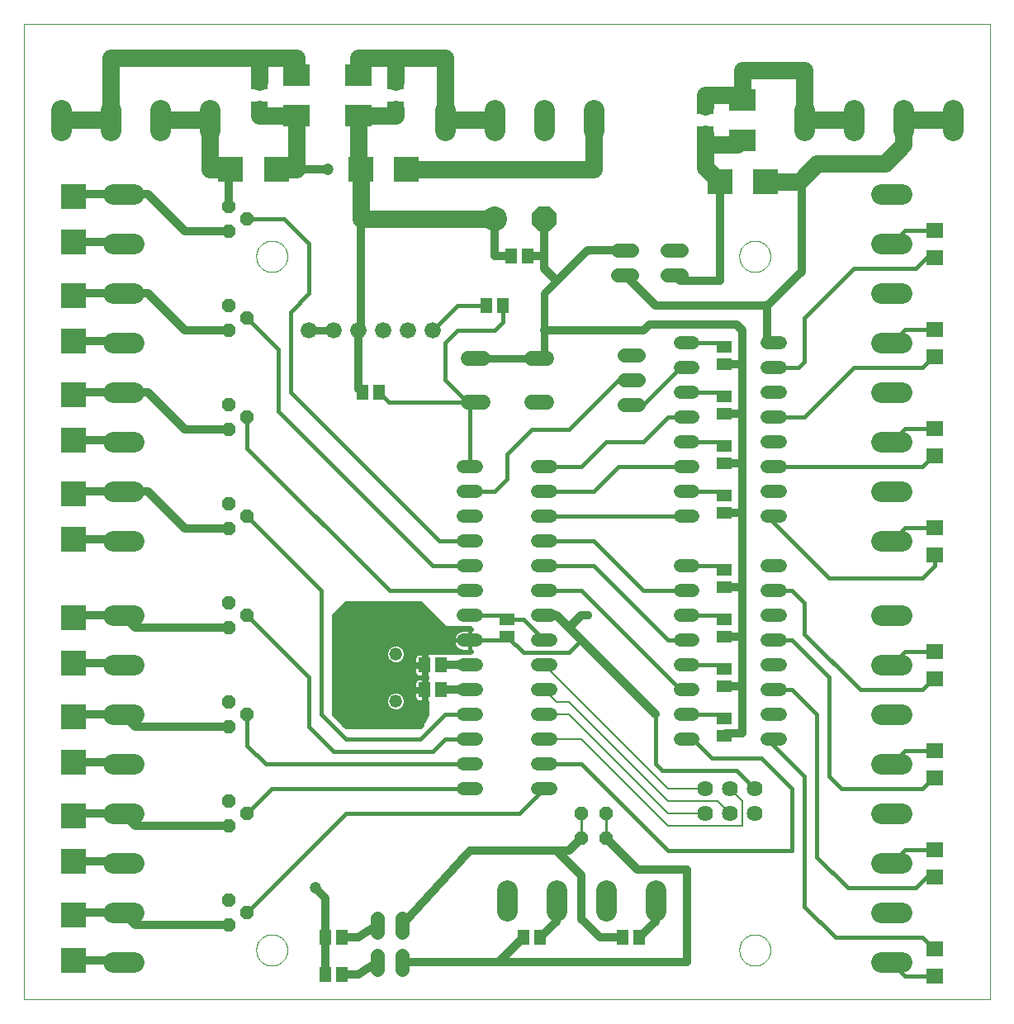
<source format=gbl>
G75*
G70*
%OFA0B0*%
%FSLAX24Y24*%
%IPPOS*%
%LPD*%
%AMOC8*
5,1,8,0,0,1.08239X$1,22.5*
%
%ADD10C,0.0000*%
%ADD11C,0.0825*%
%ADD12R,0.1000X0.1000*%
%ADD13OC8,0.0520*%
%ADD14C,0.0520*%
%ADD15R,0.0710X0.0630*%
%ADD16C,0.0600*%
%ADD17C,0.0660*%
%ADD18R,0.0512X0.0591*%
%ADD19C,0.0520*%
%ADD20C,0.0640*%
%ADD21C,0.1000*%
%ADD22OC8,0.1000*%
%ADD23C,0.0560*%
%ADD24OC8,0.0560*%
%ADD25R,0.0591X0.0512*%
%ADD26R,0.1100X0.0900*%
%ADD27C,0.0320*%
%ADD28C,0.0700*%
%ADD29C,0.0472*%
%ADD30C,0.0315*%
%ADD31C,0.0160*%
%ADD32C,0.0356*%
%ADD33C,0.0157*%
%ADD34C,0.0079*%
%ADD35C,0.0100*%
D10*
X000101Y000242D02*
X000101Y039612D01*
X039093Y039612D01*
X039093Y000242D01*
X000101Y000242D01*
X009471Y002242D02*
X009473Y002292D01*
X009479Y002342D01*
X009489Y002391D01*
X009503Y002439D01*
X009520Y002486D01*
X009541Y002531D01*
X009566Y002575D01*
X009594Y002616D01*
X009626Y002655D01*
X009660Y002692D01*
X009697Y002726D01*
X009737Y002756D01*
X009779Y002783D01*
X009823Y002807D01*
X009869Y002828D01*
X009916Y002844D01*
X009964Y002857D01*
X010014Y002866D01*
X010063Y002871D01*
X010114Y002872D01*
X010164Y002869D01*
X010213Y002862D01*
X010262Y002851D01*
X010310Y002836D01*
X010356Y002818D01*
X010401Y002796D01*
X010444Y002770D01*
X010485Y002741D01*
X010524Y002709D01*
X010560Y002674D01*
X010592Y002636D01*
X010622Y002596D01*
X010649Y002553D01*
X010672Y002509D01*
X010691Y002463D01*
X010707Y002415D01*
X010719Y002366D01*
X010727Y002317D01*
X010731Y002267D01*
X010731Y002217D01*
X010727Y002167D01*
X010719Y002118D01*
X010707Y002069D01*
X010691Y002021D01*
X010672Y001975D01*
X010649Y001931D01*
X010622Y001888D01*
X010592Y001848D01*
X010560Y001810D01*
X010524Y001775D01*
X010485Y001743D01*
X010444Y001714D01*
X010401Y001688D01*
X010356Y001666D01*
X010310Y001648D01*
X010262Y001633D01*
X010213Y001622D01*
X010164Y001615D01*
X010114Y001612D01*
X010063Y001613D01*
X010014Y001618D01*
X009964Y001627D01*
X009916Y001640D01*
X009869Y001656D01*
X009823Y001677D01*
X009779Y001701D01*
X009737Y001728D01*
X009697Y001758D01*
X009660Y001792D01*
X009626Y001829D01*
X009594Y001868D01*
X009566Y001909D01*
X009541Y001953D01*
X009520Y001998D01*
X009503Y002045D01*
X009489Y002093D01*
X009479Y002142D01*
X009473Y002192D01*
X009471Y002242D01*
X028971Y002242D02*
X028973Y002292D01*
X028979Y002342D01*
X028989Y002391D01*
X029003Y002439D01*
X029020Y002486D01*
X029041Y002531D01*
X029066Y002575D01*
X029094Y002616D01*
X029126Y002655D01*
X029160Y002692D01*
X029197Y002726D01*
X029237Y002756D01*
X029279Y002783D01*
X029323Y002807D01*
X029369Y002828D01*
X029416Y002844D01*
X029464Y002857D01*
X029514Y002866D01*
X029563Y002871D01*
X029614Y002872D01*
X029664Y002869D01*
X029713Y002862D01*
X029762Y002851D01*
X029810Y002836D01*
X029856Y002818D01*
X029901Y002796D01*
X029944Y002770D01*
X029985Y002741D01*
X030024Y002709D01*
X030060Y002674D01*
X030092Y002636D01*
X030122Y002596D01*
X030149Y002553D01*
X030172Y002509D01*
X030191Y002463D01*
X030207Y002415D01*
X030219Y002366D01*
X030227Y002317D01*
X030231Y002267D01*
X030231Y002217D01*
X030227Y002167D01*
X030219Y002118D01*
X030207Y002069D01*
X030191Y002021D01*
X030172Y001975D01*
X030149Y001931D01*
X030122Y001888D01*
X030092Y001848D01*
X030060Y001810D01*
X030024Y001775D01*
X029985Y001743D01*
X029944Y001714D01*
X029901Y001688D01*
X029856Y001666D01*
X029810Y001648D01*
X029762Y001633D01*
X029713Y001622D01*
X029664Y001615D01*
X029614Y001612D01*
X029563Y001613D01*
X029514Y001618D01*
X029464Y001627D01*
X029416Y001640D01*
X029369Y001656D01*
X029323Y001677D01*
X029279Y001701D01*
X029237Y001728D01*
X029197Y001758D01*
X029160Y001792D01*
X029126Y001829D01*
X029094Y001868D01*
X029066Y001909D01*
X029041Y001953D01*
X029020Y001998D01*
X029003Y002045D01*
X028989Y002093D01*
X028979Y002142D01*
X028973Y002192D01*
X028971Y002242D01*
X028971Y030242D02*
X028973Y030292D01*
X028979Y030342D01*
X028989Y030391D01*
X029003Y030439D01*
X029020Y030486D01*
X029041Y030531D01*
X029066Y030575D01*
X029094Y030616D01*
X029126Y030655D01*
X029160Y030692D01*
X029197Y030726D01*
X029237Y030756D01*
X029279Y030783D01*
X029323Y030807D01*
X029369Y030828D01*
X029416Y030844D01*
X029464Y030857D01*
X029514Y030866D01*
X029563Y030871D01*
X029614Y030872D01*
X029664Y030869D01*
X029713Y030862D01*
X029762Y030851D01*
X029810Y030836D01*
X029856Y030818D01*
X029901Y030796D01*
X029944Y030770D01*
X029985Y030741D01*
X030024Y030709D01*
X030060Y030674D01*
X030092Y030636D01*
X030122Y030596D01*
X030149Y030553D01*
X030172Y030509D01*
X030191Y030463D01*
X030207Y030415D01*
X030219Y030366D01*
X030227Y030317D01*
X030231Y030267D01*
X030231Y030217D01*
X030227Y030167D01*
X030219Y030118D01*
X030207Y030069D01*
X030191Y030021D01*
X030172Y029975D01*
X030149Y029931D01*
X030122Y029888D01*
X030092Y029848D01*
X030060Y029810D01*
X030024Y029775D01*
X029985Y029743D01*
X029944Y029714D01*
X029901Y029688D01*
X029856Y029666D01*
X029810Y029648D01*
X029762Y029633D01*
X029713Y029622D01*
X029664Y029615D01*
X029614Y029612D01*
X029563Y029613D01*
X029514Y029618D01*
X029464Y029627D01*
X029416Y029640D01*
X029369Y029656D01*
X029323Y029677D01*
X029279Y029701D01*
X029237Y029728D01*
X029197Y029758D01*
X029160Y029792D01*
X029126Y029829D01*
X029094Y029868D01*
X029066Y029909D01*
X029041Y029953D01*
X029020Y029998D01*
X029003Y030045D01*
X028989Y030093D01*
X028979Y030142D01*
X028973Y030192D01*
X028971Y030242D01*
X009471Y030242D02*
X009473Y030292D01*
X009479Y030342D01*
X009489Y030391D01*
X009503Y030439D01*
X009520Y030486D01*
X009541Y030531D01*
X009566Y030575D01*
X009594Y030616D01*
X009626Y030655D01*
X009660Y030692D01*
X009697Y030726D01*
X009737Y030756D01*
X009779Y030783D01*
X009823Y030807D01*
X009869Y030828D01*
X009916Y030844D01*
X009964Y030857D01*
X010014Y030866D01*
X010063Y030871D01*
X010114Y030872D01*
X010164Y030869D01*
X010213Y030862D01*
X010262Y030851D01*
X010310Y030836D01*
X010356Y030818D01*
X010401Y030796D01*
X010444Y030770D01*
X010485Y030741D01*
X010524Y030709D01*
X010560Y030674D01*
X010592Y030636D01*
X010622Y030596D01*
X010649Y030553D01*
X010672Y030509D01*
X010691Y030463D01*
X010707Y030415D01*
X010719Y030366D01*
X010727Y030317D01*
X010731Y030267D01*
X010731Y030217D01*
X010727Y030167D01*
X010719Y030118D01*
X010707Y030069D01*
X010691Y030021D01*
X010672Y029975D01*
X010649Y029931D01*
X010622Y029888D01*
X010592Y029848D01*
X010560Y029810D01*
X010524Y029775D01*
X010485Y029743D01*
X010444Y029714D01*
X010401Y029688D01*
X010356Y029666D01*
X010310Y029648D01*
X010262Y029633D01*
X010213Y029622D01*
X010164Y029615D01*
X010114Y029612D01*
X010063Y029613D01*
X010014Y029618D01*
X009964Y029627D01*
X009916Y029640D01*
X009869Y029656D01*
X009823Y029677D01*
X009779Y029701D01*
X009737Y029728D01*
X009697Y029758D01*
X009660Y029792D01*
X009626Y029829D01*
X009594Y029868D01*
X009566Y029909D01*
X009541Y029953D01*
X009520Y029998D01*
X009503Y030045D01*
X009489Y030093D01*
X009479Y030142D01*
X009473Y030192D01*
X009471Y030242D01*
D11*
X004513Y030742D02*
X003688Y030742D01*
X003688Y032742D02*
X004513Y032742D01*
X003601Y035329D02*
X003601Y036154D01*
X005601Y036154D02*
X005601Y035329D01*
X007601Y035329D02*
X007601Y036154D01*
X001601Y036154D02*
X001601Y035329D01*
X003688Y028742D02*
X004513Y028742D01*
X004513Y026742D02*
X003688Y026742D01*
X003688Y024742D02*
X004513Y024742D01*
X004513Y022742D02*
X003688Y022742D01*
X003688Y020742D02*
X004513Y020742D01*
X004513Y018742D02*
X003688Y018742D01*
X003688Y015742D02*
X004513Y015742D01*
X004513Y013742D02*
X003688Y013742D01*
X003688Y011742D02*
X004513Y011742D01*
X004513Y009742D02*
X003688Y009742D01*
X003688Y007742D02*
X004513Y007742D01*
X004513Y005742D02*
X003688Y005742D01*
X003688Y003742D02*
X004513Y003742D01*
X004513Y001742D02*
X003688Y001742D01*
X019601Y003829D02*
X019601Y004654D01*
X021601Y004654D02*
X021601Y003829D01*
X023601Y003829D02*
X023601Y004654D01*
X025601Y004654D02*
X025601Y003829D01*
X034688Y003742D02*
X035513Y003742D01*
X035513Y005742D02*
X034688Y005742D01*
X034688Y007742D02*
X035513Y007742D01*
X035513Y009742D02*
X034688Y009742D01*
X034688Y011742D02*
X035513Y011742D01*
X035513Y013742D02*
X034688Y013742D01*
X034688Y015742D02*
X035513Y015742D01*
X035513Y018742D02*
X034688Y018742D01*
X034688Y020742D02*
X035513Y020742D01*
X035513Y022742D02*
X034688Y022742D01*
X034688Y024742D02*
X035513Y024742D01*
X035513Y026742D02*
X034688Y026742D01*
X034688Y028742D02*
X035513Y028742D01*
X035513Y030742D02*
X034688Y030742D01*
X034688Y032742D02*
X035513Y032742D01*
X035601Y035329D02*
X035601Y036154D01*
X037601Y036154D02*
X037601Y035329D01*
X033601Y035329D02*
X033601Y036154D01*
X031601Y036154D02*
X031601Y035329D01*
X023101Y035329D02*
X023101Y036154D01*
X021101Y036154D02*
X021101Y035329D01*
X019101Y035329D02*
X019101Y036154D01*
X017101Y036154D02*
X017101Y035329D01*
X034688Y001742D02*
X035513Y001742D01*
D12*
X030026Y033242D03*
X028176Y033242D03*
X015526Y033742D03*
X013676Y033742D03*
X010276Y033742D03*
X008426Y033742D03*
X002101Y032667D03*
X002101Y030817D03*
X002101Y028667D03*
X002101Y026817D03*
X002101Y024667D03*
X002101Y022817D03*
X002101Y020667D03*
X002101Y018817D03*
X002101Y015667D03*
X002101Y013817D03*
X002101Y011667D03*
X002101Y009817D03*
X002101Y007667D03*
X002101Y005817D03*
X002101Y003667D03*
X002101Y001817D03*
D13*
X008351Y003242D03*
X009101Y003742D03*
X008351Y004242D03*
X008351Y007242D03*
X009101Y007742D03*
X008351Y008242D03*
X008351Y011242D03*
X009101Y011742D03*
X008351Y012242D03*
X008351Y015242D03*
X009101Y015742D03*
X008351Y016242D03*
X008351Y019242D03*
X009101Y019742D03*
X008351Y020242D03*
X008351Y023242D03*
X009101Y023742D03*
X008351Y024242D03*
X008351Y027242D03*
X009101Y027742D03*
X008351Y028242D03*
X008351Y031242D03*
X009101Y031742D03*
X008351Y032242D03*
D14*
X017841Y021742D02*
X018361Y021742D01*
X018361Y020742D02*
X017841Y020742D01*
X017841Y019742D02*
X018361Y019742D01*
X018361Y018742D02*
X017841Y018742D01*
X017841Y017742D02*
X018361Y017742D01*
X018361Y016742D02*
X017841Y016742D01*
X017841Y015742D02*
X018361Y015742D01*
X018361Y014742D02*
X017841Y014742D01*
X017841Y013742D02*
X018361Y013742D01*
X018361Y012742D02*
X017841Y012742D01*
X017841Y011742D02*
X018361Y011742D01*
X018361Y010742D02*
X017841Y010742D01*
X017841Y009742D02*
X018361Y009742D01*
X018361Y008742D02*
X017841Y008742D01*
X020841Y008742D02*
X021361Y008742D01*
X021361Y009742D02*
X020841Y009742D01*
X020841Y010742D02*
X021361Y010742D01*
X021361Y011742D02*
X020841Y011742D01*
X020841Y012742D02*
X021361Y012742D01*
X021361Y013742D02*
X020841Y013742D01*
X020841Y014742D02*
X021361Y014742D01*
X021361Y015742D02*
X020841Y015742D01*
X020841Y016742D02*
X021361Y016742D01*
X021361Y017742D02*
X020841Y017742D01*
X020841Y018742D02*
X021361Y018742D01*
X021361Y019742D02*
X020841Y019742D01*
X020841Y020742D02*
X021361Y020742D01*
X021361Y021742D02*
X020841Y021742D01*
X026581Y021742D02*
X027101Y021742D01*
X027101Y020742D02*
X026581Y020742D01*
X026581Y019742D02*
X027101Y019742D01*
X027101Y017742D02*
X026581Y017742D01*
X026581Y016742D02*
X027101Y016742D01*
X027101Y015742D02*
X026581Y015742D01*
X026581Y014742D02*
X027101Y014742D01*
X027101Y013742D02*
X026581Y013742D01*
X026581Y012742D02*
X027101Y012742D01*
X027101Y011742D02*
X026581Y011742D01*
X026581Y010742D02*
X027101Y010742D01*
X030101Y010742D02*
X030621Y010742D01*
X030621Y011742D02*
X030101Y011742D01*
X030101Y012742D02*
X030621Y012742D01*
X030621Y013742D02*
X030101Y013742D01*
X030101Y014742D02*
X030621Y014742D01*
X030621Y015742D02*
X030101Y015742D01*
X030101Y016742D02*
X030621Y016742D01*
X030621Y017742D02*
X030101Y017742D01*
X030101Y019742D02*
X030621Y019742D01*
X030621Y020742D02*
X030101Y020742D01*
X030101Y021742D02*
X030621Y021742D01*
X030621Y022742D02*
X030101Y022742D01*
X030101Y023742D02*
X030621Y023742D01*
X030621Y024742D02*
X030101Y024742D01*
X030101Y025742D02*
X030621Y025742D01*
X030621Y026742D02*
X030101Y026742D01*
X027101Y026742D02*
X026581Y026742D01*
X026581Y025742D02*
X027101Y025742D01*
X027101Y024742D02*
X026581Y024742D01*
X026581Y023742D02*
X027101Y023742D01*
X027101Y022742D02*
X026581Y022742D01*
D15*
X036851Y022182D03*
X036851Y023302D03*
X036851Y026182D03*
X036851Y027302D03*
X036851Y030182D03*
X036851Y031302D03*
X027601Y035182D03*
X027601Y036302D03*
X015101Y036182D03*
X015101Y037302D03*
X009601Y037302D03*
X009601Y036182D03*
X036851Y019302D03*
X036851Y018182D03*
X036851Y014302D03*
X036851Y013182D03*
X036851Y010302D03*
X036851Y009182D03*
X036851Y006302D03*
X036851Y005182D03*
X036851Y002302D03*
X036851Y001182D03*
D16*
X021181Y024352D02*
X020581Y024352D01*
X020581Y026132D02*
X021181Y026132D01*
X018621Y026132D02*
X018021Y026132D01*
X018021Y024352D02*
X018621Y024352D01*
D17*
X016601Y027242D03*
X015601Y027242D03*
X014601Y027242D03*
X013601Y027242D03*
X012601Y027242D03*
X011601Y027242D03*
D18*
X013766Y024742D03*
X014435Y024742D03*
X018766Y028242D03*
X019435Y028242D03*
X019766Y030242D03*
X020435Y030242D03*
X016935Y013742D03*
X016266Y013742D03*
X016266Y012742D03*
X016935Y012742D03*
X020266Y002742D03*
X020935Y002742D03*
X024266Y002742D03*
X024935Y002742D03*
X012935Y002742D03*
X012266Y002742D03*
X012266Y001242D03*
X012935Y001242D03*
D19*
X015101Y012292D03*
X015101Y014192D03*
D20*
X027601Y008742D03*
X028601Y008742D03*
X028601Y007742D03*
X027601Y007742D03*
X029601Y007742D03*
X029601Y008742D03*
D21*
X019101Y031742D03*
D22*
X021101Y031742D03*
D23*
X024071Y030492D02*
X024631Y030492D01*
X024631Y029492D02*
X024071Y029492D01*
X026071Y029492D02*
X026631Y029492D01*
X026631Y030492D02*
X026071Y030492D01*
X024881Y026242D02*
X024321Y026242D01*
X024321Y025242D02*
X024881Y025242D01*
X024881Y024242D02*
X024321Y024242D01*
X015351Y003522D02*
X015351Y002962D01*
X015351Y002022D02*
X015351Y001462D01*
X014351Y001462D02*
X014351Y002022D01*
X014351Y002962D02*
X014351Y003522D01*
D24*
X022601Y006742D03*
X023601Y006742D03*
X023601Y007742D03*
X022601Y007742D03*
D25*
X028351Y010907D03*
X028351Y011577D03*
X028351Y012907D03*
X028351Y013577D03*
X028351Y014907D03*
X028351Y015577D03*
X028351Y016907D03*
X028351Y017577D03*
X028351Y019907D03*
X028351Y020577D03*
X028351Y021907D03*
X028351Y022577D03*
X028351Y023907D03*
X028351Y024577D03*
X028351Y025907D03*
X028351Y026577D03*
X019601Y015577D03*
X019601Y014907D03*
D26*
X029101Y034936D03*
X029101Y036547D03*
X013601Y035936D03*
X013601Y037547D03*
X011101Y037547D03*
X011101Y035936D03*
D27*
X011101Y033742D02*
X012351Y033742D01*
X013676Y031742D02*
X013676Y027317D01*
X013601Y027242D01*
X013601Y024907D01*
X013766Y024742D01*
X019101Y030242D02*
X019101Y031742D01*
X019101Y030242D02*
X019766Y030242D01*
X020435Y030242D02*
X021101Y030242D01*
X021101Y029742D01*
X021601Y029242D01*
X022851Y030492D01*
X024351Y030492D01*
X024351Y029492D02*
X025601Y028242D01*
X030101Y028242D01*
X031476Y029617D01*
X031476Y033367D01*
X030101Y033242D02*
X030026Y033242D01*
X028176Y033242D02*
X028176Y029242D01*
X026601Y029242D01*
X026351Y029492D01*
X025351Y027492D02*
X028851Y027492D01*
X029101Y027242D01*
X029101Y025992D01*
X029016Y025907D01*
X028351Y025907D01*
X029101Y025992D02*
X029101Y023992D01*
X029016Y023907D01*
X028351Y023907D01*
X029101Y023992D02*
X029101Y021992D01*
X029016Y021907D01*
X028351Y021907D01*
X029101Y021992D02*
X029101Y019992D01*
X029016Y019907D01*
X028351Y019907D01*
X029101Y019992D02*
X029101Y016992D01*
X029016Y016907D01*
X028351Y016907D01*
X029101Y016992D02*
X029101Y014992D01*
X029016Y014907D01*
X028351Y014907D01*
X029101Y014992D02*
X029101Y012992D01*
X029016Y012907D01*
X028351Y012907D01*
X029101Y012992D02*
X029101Y010992D01*
X028435Y010992D01*
X028351Y010907D01*
X025601Y011742D02*
X022601Y014742D01*
X022101Y015242D01*
X022601Y015742D01*
X022851Y015742D01*
X022101Y015242D02*
X021601Y015742D01*
X021101Y015742D01*
X018101Y013742D02*
X016935Y013742D01*
X016935Y012742D02*
X018101Y012742D01*
X022601Y006742D02*
X022101Y006242D01*
X021601Y006242D01*
X018101Y006242D01*
X015351Y003242D01*
X014351Y003242D02*
X013601Y002742D01*
X012935Y002742D01*
X012266Y002742D02*
X012266Y004327D01*
X011851Y004742D01*
X012266Y002742D02*
X012266Y001242D01*
X012935Y001242D02*
X013601Y001242D01*
X014351Y001742D01*
X015351Y001742D02*
X019266Y001742D01*
X026851Y001742D01*
X026851Y005492D01*
X024851Y005492D01*
X023601Y006742D01*
X022601Y005242D02*
X021601Y006242D01*
X022601Y005242D02*
X022601Y003492D01*
X023351Y002742D01*
X024266Y002742D01*
X024935Y002742D02*
X025601Y003407D01*
X025601Y004242D01*
X021601Y004242D02*
X021601Y003407D01*
X020935Y002742D01*
X020266Y002742D02*
X019266Y001742D01*
X008351Y003242D02*
X004601Y003242D01*
X004101Y003742D01*
X002176Y003742D01*
X002101Y003667D01*
X002101Y001817D02*
X004026Y001817D01*
X004101Y001742D01*
X004101Y005742D02*
X004026Y005817D01*
X002101Y005817D01*
X002101Y007667D02*
X002176Y007742D01*
X004101Y007742D01*
X004601Y007242D01*
X008351Y007242D01*
X008351Y011242D02*
X004601Y011242D01*
X004101Y011742D01*
X002101Y011742D01*
X002101Y011667D01*
X002101Y009817D02*
X004026Y009817D01*
X004101Y009742D01*
X004101Y013742D02*
X004026Y013817D01*
X002101Y013817D01*
X002101Y015667D02*
X002176Y015742D01*
X004101Y015742D01*
X004601Y015242D01*
X008351Y015242D01*
X008351Y019242D02*
X006601Y019242D01*
X005101Y020742D01*
X004101Y020742D01*
X002176Y020742D01*
X002101Y020667D01*
X002101Y018817D02*
X004026Y018817D01*
X004101Y018742D01*
X004101Y022742D02*
X004026Y022817D01*
X002101Y022817D01*
X002101Y024667D02*
X002176Y024742D01*
X004101Y024742D01*
X005101Y024742D01*
X006601Y023242D01*
X008351Y023242D01*
X008351Y027242D02*
X006601Y027242D01*
X005101Y028742D01*
X004101Y028742D01*
X002176Y028742D01*
X002101Y028667D01*
X002101Y026817D02*
X004026Y026817D01*
X004101Y026742D01*
X004101Y030742D02*
X004026Y030817D01*
X002101Y030817D01*
X002101Y032667D02*
X002176Y032742D01*
X004101Y032742D01*
X005101Y032742D01*
X006601Y031242D01*
X008351Y031242D01*
X008351Y032242D02*
X008351Y033667D01*
X008426Y033742D01*
X021101Y031742D02*
X021101Y030242D01*
X021101Y027242D02*
X025101Y027242D01*
X025351Y027492D01*
X030101Y026742D02*
X030101Y028242D01*
D28*
X030026Y033242D02*
X031351Y033242D01*
X031476Y033367D01*
X032101Y033992D01*
X034851Y033992D01*
X035601Y034742D01*
X035601Y035742D01*
X037601Y035742D01*
X033601Y035742D02*
X031601Y035742D01*
X031601Y037742D01*
X029101Y037742D01*
X029101Y036547D01*
X028906Y036742D01*
X027601Y036742D01*
X027601Y036302D01*
X027601Y035182D02*
X027601Y034742D01*
X027601Y033817D01*
X028176Y033242D01*
X027601Y034742D02*
X028906Y034742D01*
X029101Y034936D01*
X023101Y035742D02*
X023101Y033742D01*
X015526Y033742D01*
X013676Y033742D02*
X013676Y031742D01*
X019101Y031742D01*
X019101Y035742D02*
X017101Y035742D01*
X017101Y038242D01*
X015101Y038242D01*
X015101Y037302D01*
X015101Y038242D02*
X013601Y038242D01*
X013601Y037547D01*
X013601Y035936D02*
X013601Y033742D01*
X013676Y033742D01*
X013601Y035936D02*
X015101Y035936D01*
X015101Y036182D01*
X011101Y035936D02*
X011101Y033742D01*
X010276Y033742D01*
X008426Y033742D02*
X007601Y033742D01*
X007601Y035742D01*
X005601Y035742D01*
X003601Y035742D02*
X003601Y038242D01*
X009601Y038242D01*
X009601Y037302D01*
X009601Y038242D02*
X011101Y038242D01*
X011101Y037547D01*
X011101Y035936D02*
X009601Y035936D01*
X009601Y036182D01*
X003601Y035742D02*
X001601Y035742D01*
D29*
X012351Y033742D03*
X011851Y004742D03*
D30*
X018321Y026132D02*
X020881Y026132D01*
X021101Y026352D01*
X021101Y027242D01*
X021101Y028742D01*
X021601Y029242D01*
X012601Y027242D02*
X011601Y027242D01*
D31*
X010851Y027992D02*
X010851Y024742D01*
X016851Y018742D01*
X018101Y018742D01*
X016601Y017742D02*
X010351Y023992D01*
X010351Y026492D01*
X009101Y027742D01*
X010851Y027992D02*
X011601Y028742D01*
X011601Y030742D01*
X010601Y031742D01*
X009101Y031742D01*
X009101Y023742D02*
X009101Y022492D01*
X014851Y016742D01*
X016101Y016242D02*
X013101Y016242D01*
X012601Y015742D01*
X012601Y011742D01*
X013101Y011242D01*
X016101Y011242D01*
X016351Y011742D01*
X016351Y012267D01*
X016314Y012267D01*
X016314Y012694D01*
X016218Y012694D01*
X015830Y012694D01*
X015830Y012423D01*
X015843Y012377D01*
X015866Y012336D01*
X015900Y012303D01*
X015941Y012279D01*
X015986Y012267D01*
X016218Y012267D01*
X016218Y012694D01*
X016218Y012790D01*
X016218Y013217D01*
X015986Y013217D01*
X015941Y013205D01*
X015900Y013181D01*
X015866Y013148D01*
X015843Y013107D01*
X015830Y013061D01*
X015830Y012790D01*
X016218Y012790D01*
X016314Y012790D01*
X016314Y013217D01*
X016351Y013217D01*
X016351Y013267D01*
X016314Y013267D01*
X016314Y013694D01*
X016218Y013694D01*
X015830Y013694D01*
X015830Y013423D01*
X015843Y013377D01*
X015866Y013336D01*
X015900Y013303D01*
X015941Y013279D01*
X015986Y013267D01*
X016218Y013267D01*
X016218Y013694D01*
X016218Y013790D01*
X016218Y014217D01*
X015986Y014217D01*
X015941Y014205D01*
X015900Y014181D01*
X015866Y014148D01*
X015843Y014107D01*
X015830Y014061D01*
X015830Y013790D01*
X016218Y013790D01*
X016314Y013790D01*
X016314Y014217D01*
X016351Y014217D01*
X016351Y014242D01*
X018101Y014242D01*
X018161Y014302D01*
X018101Y014302D01*
X018101Y014741D01*
X018101Y014741D01*
X018101Y014302D01*
X017806Y014302D01*
X017738Y014313D01*
X017672Y014334D01*
X017610Y014366D01*
X017554Y014406D01*
X017505Y014455D01*
X017464Y014511D01*
X017433Y014573D01*
X017412Y014639D01*
X017401Y014707D01*
X017401Y014742D01*
X018100Y014742D01*
X018100Y014742D01*
X017401Y014742D01*
X017401Y014776D01*
X017412Y014845D01*
X017433Y014911D01*
X017464Y014972D01*
X017505Y015029D01*
X017554Y015077D01*
X017610Y015118D01*
X017672Y015150D01*
X017738Y015171D01*
X017806Y015182D01*
X018101Y015182D01*
X018101Y014742D01*
X019435Y014742D01*
X019601Y014907D01*
X020266Y014242D01*
X022101Y014242D01*
X022601Y014742D01*
X021101Y014742D02*
X020266Y015577D01*
X019601Y015577D01*
X019435Y015742D01*
X018101Y015742D01*
X018101Y015242D02*
X018161Y015182D01*
X018101Y015182D01*
X018101Y014742D01*
X018101Y014742D01*
X018101Y014669D02*
X018101Y014669D01*
X018101Y014511D02*
X018101Y014511D01*
X018101Y014352D02*
X018101Y014352D01*
X018101Y014828D02*
X018101Y014828D01*
X018101Y014986D02*
X018101Y014986D01*
X018101Y015145D02*
X018101Y015145D01*
X018101Y015242D02*
X017101Y015242D01*
X016101Y016242D01*
X016246Y016096D02*
X012955Y016096D01*
X012797Y015938D02*
X016405Y015938D01*
X016564Y015779D02*
X012638Y015779D01*
X012601Y015621D02*
X016722Y015621D01*
X016881Y015462D02*
X012601Y015462D01*
X012601Y015304D02*
X017039Y015304D01*
X017475Y014986D02*
X012601Y014986D01*
X012601Y014828D02*
X017409Y014828D01*
X017407Y014669D02*
X012601Y014669D01*
X012601Y014511D02*
X014854Y014511D01*
X014874Y014531D02*
X014762Y014418D01*
X014701Y014271D01*
X014701Y014112D01*
X014762Y013965D01*
X014874Y013853D01*
X015021Y013792D01*
X015180Y013792D01*
X015327Y013853D01*
X015440Y013965D01*
X015501Y014112D01*
X015501Y014271D01*
X015440Y014418D01*
X015327Y014531D01*
X015180Y014592D01*
X015021Y014592D01*
X014874Y014531D01*
X014734Y014352D02*
X012601Y014352D01*
X012601Y014194D02*
X014701Y014194D01*
X014733Y014035D02*
X012601Y014035D01*
X012601Y013877D02*
X014850Y013877D01*
X015351Y013877D02*
X015830Y013877D01*
X015830Y014035D02*
X015469Y014035D01*
X015501Y014194D02*
X015921Y014194D01*
X016218Y014194D02*
X016314Y014194D01*
X016314Y014035D02*
X016218Y014035D01*
X016218Y013877D02*
X016314Y013877D01*
X016218Y013718D02*
X012601Y013718D01*
X012601Y013560D02*
X015830Y013560D01*
X015836Y013401D02*
X012601Y013401D01*
X012601Y013242D02*
X016351Y013242D01*
X016314Y013084D02*
X016218Y013084D01*
X016218Y012925D02*
X016314Y012925D01*
X016218Y012767D02*
X012601Y012767D01*
X012601Y012925D02*
X015830Y012925D01*
X015836Y013084D02*
X012601Y013084D01*
X012601Y012608D02*
X014851Y012608D01*
X014874Y012631D02*
X014762Y012518D01*
X014701Y012371D01*
X014701Y012212D01*
X014762Y012065D01*
X014874Y011953D01*
X015021Y011892D01*
X015180Y011892D01*
X015327Y011953D01*
X015440Y012065D01*
X015501Y012212D01*
X015501Y012371D01*
X015440Y012518D01*
X015327Y012631D01*
X015180Y012692D01*
X015021Y012692D01*
X014874Y012631D01*
X014733Y012450D02*
X012601Y012450D01*
X012601Y012291D02*
X014701Y012291D01*
X014734Y012133D02*
X012601Y012133D01*
X012601Y011974D02*
X014853Y011974D01*
X015349Y011974D02*
X016351Y011974D01*
X016351Y011816D02*
X012601Y011816D01*
X012686Y011657D02*
X016308Y011657D01*
X016229Y011498D02*
X012844Y011498D01*
X013003Y011340D02*
X016150Y011340D01*
X016351Y012133D02*
X015468Y012133D01*
X015501Y012291D02*
X015919Y012291D01*
X015830Y012450D02*
X015468Y012450D01*
X015350Y012608D02*
X015830Y012608D01*
X016218Y012608D02*
X016314Y012608D01*
X016314Y012450D02*
X016218Y012450D01*
X016218Y012291D02*
X016314Y012291D01*
X016314Y013401D02*
X016218Y013401D01*
X016218Y013560D02*
X016314Y013560D01*
X015467Y014352D02*
X017636Y014352D01*
X017465Y014511D02*
X015348Y014511D01*
X017663Y015145D02*
X012601Y015145D01*
X012101Y015492D02*
X012101Y016742D01*
X009101Y019742D01*
X009101Y015742D02*
X011601Y013242D01*
X011601Y011992D01*
X009101Y011742D02*
X009101Y010492D01*
X009851Y009742D01*
X010101Y008742D02*
X009101Y007742D01*
X009101Y003742D02*
X013101Y007742D01*
X020101Y007742D01*
X021101Y008742D01*
X021101Y009742D02*
X022601Y009742D01*
X026101Y006242D01*
X031101Y006242D01*
X031101Y008742D01*
X029851Y009992D01*
X027851Y009992D01*
X027101Y010742D01*
X027101Y011742D02*
X028185Y011742D01*
X028351Y011577D01*
X027101Y012742D02*
X026601Y012742D01*
X022601Y016742D01*
X021101Y016742D01*
X021101Y017742D02*
X023101Y017742D01*
X026101Y014742D01*
X027101Y014742D01*
X027101Y015742D02*
X028185Y015742D01*
X028351Y015577D01*
X027101Y016742D02*
X025101Y016742D01*
X023101Y018742D01*
X021101Y018742D01*
X021101Y019742D02*
X027101Y019742D01*
X027101Y020742D02*
X028185Y020742D01*
X028351Y020577D01*
X027101Y021742D02*
X024101Y021742D01*
X023101Y020742D01*
X021101Y020742D01*
X021101Y021742D02*
X022601Y021742D01*
X023601Y022742D01*
X025101Y022742D01*
X026101Y023742D01*
X027101Y023742D01*
X027101Y022742D02*
X028185Y022742D01*
X028351Y022577D01*
X030101Y021742D02*
X036351Y021742D01*
X036791Y022182D01*
X036851Y022182D01*
X036851Y023302D02*
X035661Y023302D01*
X035101Y022742D01*
X036351Y025742D02*
X033601Y025742D01*
X031601Y023742D01*
X030101Y023742D01*
X028351Y024577D02*
X028185Y024742D01*
X027101Y024742D01*
X027101Y025742D02*
X026601Y025742D01*
X025101Y024242D01*
X024601Y024242D01*
X024601Y025242D02*
X024101Y025242D01*
X022101Y023242D01*
X020601Y023242D01*
X019601Y022242D01*
X019601Y021242D01*
X019101Y020742D01*
X018101Y020742D01*
X018601Y020742D01*
X027101Y017742D02*
X028185Y017742D01*
X028351Y017577D01*
X030101Y016742D02*
X031101Y016742D01*
X031601Y016242D01*
X031601Y014992D01*
X033851Y012742D01*
X036351Y012742D01*
X036791Y013182D01*
X036851Y013182D01*
X036851Y014302D02*
X035661Y014302D01*
X035101Y013742D01*
X032601Y013242D02*
X031101Y014742D01*
X030101Y014742D01*
X028351Y013577D02*
X028185Y013742D01*
X027101Y013742D01*
X025601Y011742D02*
X025601Y009742D01*
X025851Y009492D01*
X028851Y009492D01*
X029601Y008742D01*
X031601Y009242D02*
X030101Y010742D01*
X031601Y009242D02*
X031601Y003992D01*
X032851Y002742D01*
X036351Y002742D01*
X036791Y002302D01*
X036851Y002302D01*
X036851Y001182D02*
X035661Y001182D01*
X035101Y001742D01*
X036101Y004742D02*
X033351Y004742D01*
X032101Y005992D01*
X032101Y011742D01*
X031101Y012742D01*
X030101Y012742D01*
X032601Y013242D02*
X032601Y009242D01*
X033101Y008742D01*
X036351Y008742D01*
X036791Y009182D01*
X036851Y009182D01*
X036851Y010302D02*
X035661Y010302D01*
X035101Y009742D01*
X035661Y006302D02*
X036851Y006302D01*
X036851Y005182D02*
X036541Y005182D01*
X036101Y004742D01*
X035101Y005742D02*
X035661Y006302D01*
X036351Y017242D02*
X032601Y017242D01*
X030101Y019742D01*
X035101Y018742D02*
X035661Y019302D01*
X036851Y019302D01*
X036851Y018182D02*
X036851Y017742D01*
X036351Y017242D01*
X036351Y025742D02*
X036791Y026182D01*
X036851Y026182D01*
X036851Y027302D02*
X035661Y027302D01*
X035101Y026742D01*
X036101Y029742D02*
X033601Y029742D01*
X031601Y027742D01*
X031601Y025992D01*
X031351Y025742D01*
X030101Y025742D01*
X028351Y026577D02*
X028185Y026742D01*
X027101Y026742D01*
X035101Y030742D02*
X035661Y031302D01*
X036851Y031302D01*
X036851Y030182D02*
X036541Y030182D01*
X036101Y029742D01*
D32*
X022851Y015742D03*
D33*
X018101Y016742D02*
X014851Y016742D01*
X016601Y017742D02*
X018101Y017742D01*
X018101Y021742D02*
X018101Y024132D01*
X018156Y024187D01*
X017101Y025242D01*
X017101Y026742D01*
X017601Y027242D01*
X019101Y027242D01*
X019435Y027577D01*
X019435Y028242D01*
X018766Y028242D02*
X017601Y028242D01*
X016601Y027242D01*
X014435Y024742D02*
X014825Y024352D01*
X018321Y024352D01*
X018156Y024187D01*
X012101Y015492D02*
X012101Y011742D01*
X013101Y010742D01*
X016101Y010742D01*
X017101Y011742D01*
X018101Y011742D01*
X018101Y010742D02*
X017101Y010742D01*
X016601Y010242D01*
X012601Y010242D01*
X011601Y011242D01*
X011601Y011992D01*
X009851Y009742D02*
X018101Y009742D01*
X018101Y008742D02*
X010101Y008742D01*
D34*
X021101Y010742D02*
X022601Y010742D01*
X026101Y007242D01*
X029101Y007242D01*
X029101Y008242D01*
X028601Y008742D01*
X028101Y008242D02*
X028601Y007742D01*
X028101Y008242D02*
X026101Y008242D01*
X022101Y012242D01*
X021601Y012242D01*
X021101Y012742D01*
X021101Y011742D02*
X022101Y011742D01*
X026101Y007742D01*
X027601Y007742D01*
X027601Y008742D02*
X026101Y008742D01*
X021101Y013742D01*
D35*
X022601Y007742D02*
X022601Y006742D01*
X023601Y006742D02*
X023601Y007742D01*
M02*

</source>
